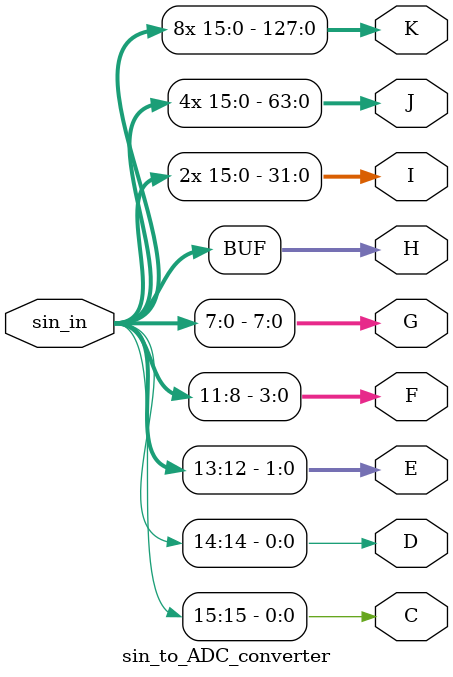
<source format=v>


module sin_to_ADC_converter (
    input  wire [15:0] sin_in,
    output wire        C,
    output wire        D,
    output wire [1:0]  E,
    output wire [3:0]  F,
    output wire [7:0]  G,
    output wire [15:0] H,
    output wire [31:0] I,
    output wire [63:0] J,
    output wire [127:0] K
);
assign C = sin_in[15];
assign D = sin_in[14];
assign E = sin_in[13:12];
assign F = sin_in[11:8];
assign G = sin_in[7:0];
assign H = sin_in;
assign I = {2{sin_in}};  // Duplicate 2x
assign J = {4{sin_in}};  // Duplicate 4x
assign K = {8{sin_in}};  // Duplicate 8x
endmodule

</source>
